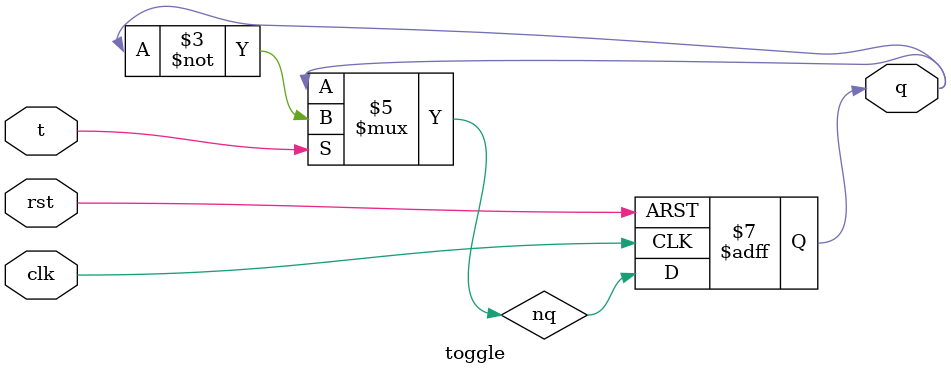
<source format=v>
`timescale 1ns / 1ps


module toggle(clk, t, q, rst);

	// Inputs
	input clk;
	input t;
	input rst;

	// Outputs
	output q;

   reg q, nq;
	
	always @(posedge clk, posedge rst)
	   if(rst)
		   q <= 1'b0;
		else
		   q <= nq;
			
	always @(*)
	   if(t)
		   nq = ~q;
		else
		   nq = q;
      
endmodule

</source>
